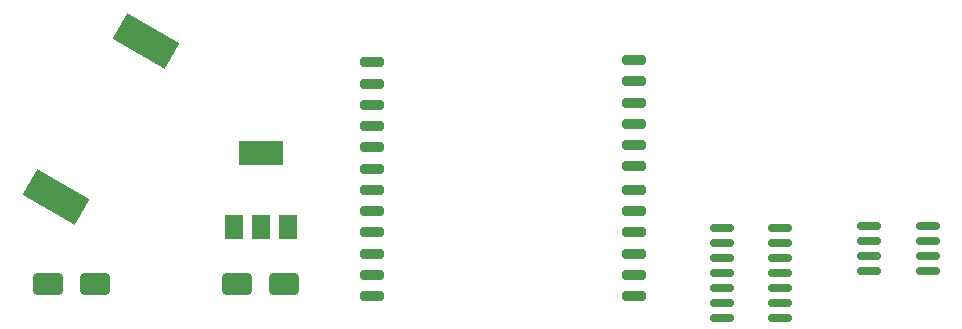
<source format=gbr>
%TF.GenerationSoftware,KiCad,Pcbnew,7.0.10*%
%TF.CreationDate,2024-06-02T12:02:55+08:00*%
%TF.ProjectId,pcb,7063622e-6b69-4636-9164-5f7063625858,rev?*%
%TF.SameCoordinates,Original*%
%TF.FileFunction,Paste,Top*%
%TF.FilePolarity,Positive*%
%FSLAX46Y46*%
G04 Gerber Fmt 4.6, Leading zero omitted, Abs format (unit mm)*
G04 Created by KiCad (PCBNEW 7.0.10) date 2024-06-02 12:02:55*
%MOMM*%
%LPD*%
G01*
G04 APERTURE LIST*
G04 Aperture macros list*
%AMRoundRect*
0 Rectangle with rounded corners*
0 $1 Rounding radius*
0 $2 $3 $4 $5 $6 $7 $8 $9 X,Y pos of 4 corners*
0 Add a 4 corners polygon primitive as box body*
4,1,4,$2,$3,$4,$5,$6,$7,$8,$9,$2,$3,0*
0 Add four circle primitives for the rounded corners*
1,1,$1+$1,$2,$3*
1,1,$1+$1,$4,$5*
1,1,$1+$1,$6,$7*
1,1,$1+$1,$8,$9*
0 Add four rect primitives between the rounded corners*
20,1,$1+$1,$2,$3,$4,$5,0*
20,1,$1+$1,$4,$5,$6,$7,0*
20,1,$1+$1,$6,$7,$8,$9,0*
20,1,$1+$1,$8,$9,$2,$3,0*%
%AMRotRect*
0 Rectangle, with rotation*
0 The origin of the aperture is its center*
0 $1 length*
0 $2 width*
0 $3 Rotation angle, in degrees counterclockwise*
0 Add horizontal line*
21,1,$1,$2,0,0,$3*%
G04 Aperture macros list end*
%ADD10RoundRect,0.250000X-1.000000X-0.650000X1.000000X-0.650000X1.000000X0.650000X-1.000000X0.650000X0*%
%ADD11RoundRect,0.150000X-0.825000X-0.150000X0.825000X-0.150000X0.825000X0.150000X-0.825000X0.150000X0*%
%ADD12RotRect,2.500000X5.100000X240.000000*%
%ADD13RoundRect,0.200000X-0.800000X-0.200000X0.800000X-0.200000X0.800000X0.200000X-0.800000X0.200000X0*%
%ADD14RoundRect,0.250000X1.000000X0.650000X-1.000000X0.650000X-1.000000X-0.650000X1.000000X-0.650000X0*%
%ADD15R,1.500000X2.000000*%
%ADD16R,3.800000X2.000000*%
G04 APERTURE END LIST*
D10*
%TO.C,D3*%
X102500000Y-84000000D03*
X106500000Y-84000000D03*
%TD*%
D11*
%TO.C,U3*%
X143525000Y-79190000D03*
X143525000Y-80460000D03*
X143525000Y-81730000D03*
X143525000Y-83000000D03*
X143525000Y-84270000D03*
X143525000Y-85540000D03*
X143525000Y-86810000D03*
X148475000Y-86810000D03*
X148475000Y-85540000D03*
X148475000Y-84270000D03*
X148475000Y-83000000D03*
X148475000Y-81730000D03*
X148475000Y-80460000D03*
X148475000Y-79190000D03*
%TD*%
%TO.C,U4*%
X156025000Y-79095000D03*
X156025000Y-80365000D03*
X156025000Y-81635000D03*
X156025000Y-82905000D03*
X160975000Y-82905000D03*
X160975000Y-81635000D03*
X160975000Y-80365000D03*
X160975000Y-79095000D03*
%TD*%
D12*
%TO.C,BT1*%
X94800000Y-63418207D03*
X87200000Y-76581793D03*
%TD*%
D13*
%TO.C,U2*%
X113900000Y-65200000D03*
X113900000Y-67000000D03*
X113900000Y-68800000D03*
X113900000Y-70600000D03*
X113900000Y-72400000D03*
X113900000Y-74200000D03*
X113900000Y-76000000D03*
X113900000Y-77800000D03*
X113900000Y-79600000D03*
X113900000Y-81400000D03*
X113900000Y-83200000D03*
X113900000Y-85000000D03*
X136100000Y-85000000D03*
X136100000Y-83200000D03*
X136100000Y-81400000D03*
X136100000Y-79600000D03*
X136100000Y-77800000D03*
X136100000Y-76000000D03*
X136100000Y-74000000D03*
X136100000Y-72200000D03*
X136100000Y-70400000D03*
X136100000Y-68600000D03*
X136100000Y-66800000D03*
X136100000Y-65000000D03*
%TD*%
D14*
%TO.C,D2*%
X90500000Y-84000000D03*
X86500000Y-84000000D03*
%TD*%
D15*
%TO.C,U1*%
X102200000Y-79150000D03*
X104500000Y-79150000D03*
D16*
X104500000Y-72850000D03*
D15*
X106800000Y-79150000D03*
%TD*%
M02*

</source>
